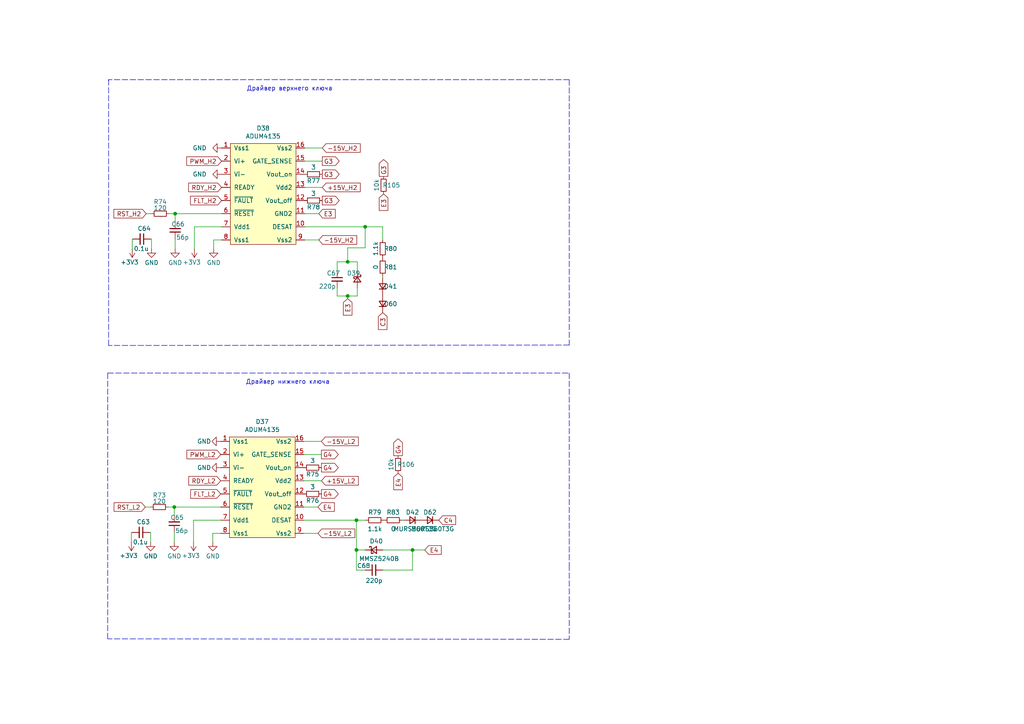
<source format=kicad_sch>
(kicad_sch (version 20211123) (generator eeschema)
  (paper "A4")
  (lib_symbols
    (symbol "ADUM_Driver:ADUM4135" (pin_names (offset 1.016))
      (property "Reference" "D" (at 0 0 0))
      (property "Value" "ADUM_Driver_ADUM4135" (at 0 -1.905 0))
      (symbol "ADUM4135_0_1"
        (rectangle (start -10.16 -3.175) (end 8.89 -32.385) (fill (type background)))
      )
      (symbol "ADUM4135_1_1"
        (pin input line (at -12.7 -4.445 0) (length 2.54) (name "Vss1") (number "1"))
        (pin input line (at 11.43 -27.305 180) (length 2.54) (name "DESAT") (number "10"))
        (pin input line (at 11.43 -23.495 180) (length 2.54) (name "GND2") (number "11"))
        (pin input line (at 11.43 -19.685 180) (length 2.54) (name "Vout_off") (number "12"))
        (pin input line (at 11.43 -15.875 180) (length 2.54) (name "Vdd2") (number "13"))
        (pin input line (at 11.43 -12.065 180) (length 2.54) (name "Vout_on") (number "14"))
        (pin input line (at 11.43 -8.255 180) (length 2.54) (name "GATE_SENSE") (number "15"))
        (pin input line (at 11.43 -4.445 180) (length 2.54) (name "Vss2") (number "16"))
        (pin input line (at -12.7 -8.255 0) (length 2.54) (name "Vi+") (number "2"))
        (pin input line (at -12.7 -12.065 0) (length 2.54) (name "Vi-") (number "3"))
        (pin input line (at -12.7 -15.875 0) (length 2.54) (name "READY") (number "4"))
        (pin input line (at -12.7 -19.685 0) (length 2.54) (name "~{FAULT}") (number "5"))
        (pin input line (at -12.7 -23.495 0) (length 2.54) (name "~{RESET}") (number "6"))
        (pin input line (at -12.7 -27.305 0) (length 2.54) (name "Vdd1") (number "7"))
        (pin input line (at -12.7 -31.115 0) (length 2.54) (name "Vss1") (number "8"))
        (pin input line (at 11.43 -31.115 180) (length 2.54) (name "Vss2") (number "9"))
      )
    )
    (symbol "Device:C_Small" (pin_numbers hide) (pin_names (offset 0.254) hide)
      (property "Reference" "C" (at 0.254 1.778 0))
      (property "Value" "C_Small" (at 0.254 -2.032 0))
      (symbol "C_Small_0_1"
        (polyline (pts (xy -1.524 -0.508) (xy 1.524 -0.508)) (stroke (width 0.3302)))
        (polyline (pts (xy -1.524 0.508) (xy 1.524 0.508)) (stroke (width 0.3048)))
      )
      (symbol "C_Small_1_1"
        (pin passive line (at 0 2.54 270) (length 2.032) (name "~") (number "1"))
        (pin passive line (at 0 -2.54 90) (length 2.032) (name "~") (number "2"))
      )
    )
    (symbol "Device:D_Schottky_Small" (pin_numbers hide) (pin_names (offset 0.254) hide)
      (property "Reference" "D" (at -1.27 2.032 0))
      (property "Value" "D_Schottky_Small" (at -7.112 -2.032 0))
      (symbol "D_Schottky_Small_0_1"
        (polyline (pts (xy -0.762 0) (xy 0.762 0)))
        (polyline (pts (xy 0.762 -1.016) (xy -0.762 0) (xy 0.762 1.016) (xy 0.762 -1.016)) (stroke (width 0.254)))
        (polyline (pts (xy -1.27 0.762) (xy -1.27 1.016) (xy -0.762 1.016) (xy -0.762 -1.016) (xy -0.254 -1.016) (xy -0.254 -0.762)) (stroke (width 0.254)))
      )
      (symbol "D_Schottky_Small_1_1"
        (pin passive line (at -2.54 0 0) (length 1.778) (name "K") (number "1"))
        (pin passive line (at 2.54 0 180) (length 1.778) (name "A") (number "2"))
      )
    )
    (symbol "Device:D_Small" (pin_numbers hide) (pin_names (offset 0.254) hide)
      (property "Reference" "D" (at -1.27 2.032 0))
      (property "Value" "D_Small" (at -3.81 -2.032 0))
      (symbol "D_Small_0_1"
        (polyline (pts (xy -0.762 -1.016) (xy -0.762 1.016)) (stroke (width 0.254)))
        (polyline (pts (xy -0.762 0) (xy 0.762 0)))
        (polyline (pts (xy 0.762 -1.016) (xy -0.762 0) (xy 0.762 1.016) (xy 0.762 -1.016)) (stroke (width 0.254)))
      )
      (symbol "D_Small_1_1"
        (pin passive line (at -2.54 0 0) (length 1.778) (name "K") (number "1"))
        (pin passive line (at 2.54 0 180) (length 1.778) (name "A") (number "2"))
      )
    )
    (symbol "Device:R_Small" (pin_numbers hide) (pin_names (offset 0.254) hide)
      (property "Reference" "R" (at 0.762 0.508 0))
      (property "Value" "R_Small" (at 0.762 -1.016 0))
      (symbol "R_Small_0_1"
        (rectangle (start -0.762 1.778) (end 0.762 -1.778) (stroke (width 0.2032)))
      )
      (symbol "R_Small_1_1"
        (pin passive line (at 0 2.54 270) (length 0.762) (name "~") (number "1"))
        (pin passive line (at 0 -2.54 90) (length 0.762) (name "~") (number "2"))
      )
    )
    (symbol "power:+3.3V" (power) (pin_names (offset 0))
      (property "Value" "+3.3V" (at 0 3.556 0))
      (symbol "+3.3V_0_1"
        (polyline (pts (xy -0.762 1.27) (xy 0 2.54)))
        (polyline (pts (xy 0 0) (xy 0 2.54)))
        (polyline (pts (xy 0 2.54) (xy 0.762 1.27)))
      )
      (symbol "+3.3V_1_1"
        (pin power_in line (at 0 0 90) (length 0) hide (name "+3V3") (number "1"))
      )
    )
    (symbol "power:GND" (power) (pin_names (offset 0))
      (property "Value" "GND" (at 0 -3.81 0))
      (symbol "GND_0_1"
        (polyline (pts (xy 0 0) (xy 0 -1.27) (xy 1.27 -1.27) (xy 0 -2.54) (xy -1.27 -1.27) (xy 0 -1.27)))
      )
      (symbol "GND_1_1"
        (pin power_in line (at 0 0 270) (length 0) hide (name "GND") (number "1"))
      )
    )
  )
  (junction (at 100.838 75.946))
  (junction (at 50.8 61.976))
  (junction (at 50.546 147.066))
  (junction (at 103.378 150.876))
  (junction (at 119.634 159.512))
  (junction (at 103.378 159.512))
  (junction (at 105.918 65.786))
  (junction (at 100.838 85.852))
  (wire (pts (xy 43.688 157.226) (xy 43.688 154.432)))
  (wire (pts (xy 100.838 85.852) (xy 103.632 85.852)))
  (wire (pts (xy 48.768 147.066) (xy 50.546 147.066)))
  (wire (pts (xy 103.378 150.876) (xy 106.172 150.876)))
  (wire (pts (xy 88.138 128.016) (xy 93.218 128.016)))
  (wire (pts (xy 88.138 147.066) (xy 92.202 147.066)))
  (wire (pts (xy 88.138 139.446) (xy 93.218 139.446)))
  (polyline (pts (xy 31.496 100.203) (xy 31.496 23.114)))
  (polyline (pts (xy 165.1 23.114) (xy 165.1 100.076)))
  (wire (pts (xy 88.392 65.786) (xy 105.918 65.786)))
  (wire (pts (xy 56.388 72.136) (xy 56.388 65.786)))
  (wire (pts (xy 97.79 75.946) (xy 100.838 75.946)))
  (wire (pts (xy 88.392 46.736) (xy 93.472 46.736)))
  (wire (pts (xy 110.998 159.512) (xy 119.634 159.512)))
  (polyline (pts (xy 165.1 108.204) (xy 165.1 163.83)))
  (wire (pts (xy 105.918 71.882) (xy 105.918 65.786)))
  (polyline (pts (xy 135.636 108.204) (xy 165.1 108.204)))
  (wire (pts (xy 50.546 149.352) (xy 50.546 147.066)))
  (wire (pts (xy 88.138 154.686) (xy 92.202 154.686)))
  (wire (pts (xy 49.022 61.976) (xy 50.8 61.976)))
  (wire (pts (xy 42.418 61.976) (xy 43.942 61.976)))
  (polyline (pts (xy 165.1 163.83) (xy 165.1 185.42)))
  (wire (pts (xy 88.392 42.926) (xy 93.472 42.926)))
  (wire (pts (xy 50.546 147.066) (xy 64.008 147.066)))
  (wire (pts (xy 105.918 159.512) (xy 103.378 159.512)))
  (wire (pts (xy 50.8 64.262) (xy 50.8 61.976)))
  (wire (pts (xy 103.632 78.486) (xy 103.632 75.946)))
  (wire (pts (xy 119.634 165.354) (xy 119.634 159.512)))
  (wire (pts (xy 110.998 80.01) (xy 110.998 80.518)))
  (wire (pts (xy 105.918 65.786) (xy 110.998 65.786)))
  (wire (pts (xy 97.79 85.852) (xy 100.838 85.852)))
  (wire (pts (xy 50.8 61.976) (xy 64.262 61.976)))
  (wire (pts (xy 103.632 83.566) (xy 103.632 85.852)))
  (wire (pts (xy 119.634 159.512) (xy 123.19 159.512)))
  (wire (pts (xy 61.722 154.686) (xy 61.722 157.226)))
  (wire (pts (xy 56.388 65.786) (xy 64.262 65.786)))
  (wire (pts (xy 103.378 165.354) (xy 103.378 159.512)))
  (wire (pts (xy 88.392 69.596) (xy 92.456 69.596)))
  (polyline (pts (xy 165.1 100.076) (xy 31.496 100.203)))
  (wire (pts (xy 100.838 71.882) (xy 105.918 71.882)))
  (wire (pts (xy 38.1 154.432) (xy 38.354 154.432)))
  (wire (pts (xy 50.8 72.136) (xy 50.8 69.342)))
  (wire (pts (xy 61.976 69.596) (xy 61.976 72.136)))
  (wire (pts (xy 110.998 74.93) (xy 110.998 74.676)))
  (wire (pts (xy 38.354 72.136) (xy 38.354 69.342)))
  (wire (pts (xy 38.354 69.342) (xy 38.608 69.342)))
  (polyline (pts (xy 165.1 185.42) (xy 31.242 185.293)))
  (polyline (pts (xy 31.242 108.204) (xy 135.763 108.204)))
  (polyline (pts (xy 165.1 23.114) (xy 31.496 23.114)))
  (wire (pts (xy 88.392 61.976) (xy 92.456 61.976)))
  (wire (pts (xy 100.838 75.946) (xy 100.838 71.882)))
  (wire (pts (xy 110.998 165.354) (xy 119.634 165.354)))
  (wire (pts (xy 64.008 154.686) (xy 61.722 154.686)))
  (wire (pts (xy 100.838 75.946) (xy 103.632 75.946)))
  (polyline (pts (xy 31.242 185.293) (xy 31.242 108.204)))
  (wire (pts (xy 43.688 154.432) (xy 43.434 154.432)))
  (wire (pts (xy 88.138 131.826) (xy 93.218 131.826)))
  (wire (pts (xy 43.942 69.342) (xy 43.688 69.342)))
  (wire (pts (xy 97.79 83.566) (xy 97.79 85.852)))
  (wire (pts (xy 64.262 69.596) (xy 61.976 69.596)))
  (wire (pts (xy 111.506 150.876) (xy 111.252 150.876)))
  (wire (pts (xy 116.586 150.876) (xy 117.094 150.876)))
  (wire (pts (xy 56.134 157.226) (xy 56.134 150.876)))
  (wire (pts (xy 97.79 78.486) (xy 97.79 75.946)))
  (wire (pts (xy 42.164 147.066) (xy 43.688 147.066)))
  (wire (pts (xy 105.918 165.354) (xy 103.378 165.354)))
  (wire (pts (xy 88.392 54.356) (xy 93.472 54.356)))
  (wire (pts (xy 110.998 65.786) (xy 110.998 69.596)))
  (polyline (pts (xy 31.496 23.114) (xy 31.496 23.368)))
  (wire (pts (xy 88.138 150.876) (xy 103.378 150.876)))
  (wire (pts (xy 38.1 157.226) (xy 38.1 154.432)))
  (wire (pts (xy 43.942 72.136) (xy 43.942 69.342)))
  (wire (pts (xy 50.546 157.226) (xy 50.546 154.432)))
  (wire (pts (xy 56.134 150.876) (xy 64.008 150.876)))
  (wire (pts (xy 100.838 85.852) (xy 100.838 86.614)))
  (wire (pts (xy 103.378 159.512) (xy 103.378 150.876)))
  (text "Драйвер верхнего ключа" (at 71.501 26.543 0) (effects (font (size 1.27 1.27)) (justify left bottom)))
  (text "Драйвер нижнего ключа" (at 71.247 111.633 0) (effects (font (size 1.27 1.27)) (justify left bottom)))
  (global_label "+15V_H2" (shape input) (at 93.472 54.356 0) (property "Intersheet References" "${INTERSHEET_REFS}" (effects hide)))
  (global_label "FLT_H2" (shape input) (at 64.262 58.166 180) (property "Intersheet References" "${INTERSHEET_REFS}" (effects hide)))
  (global_label "-15V_L2" (shape input) (at 92.202 154.686 0) (property "Intersheet References" "${INTERSHEET_REFS}" (effects hide)))
  (global_label "-15V_H2" (shape input) (at 92.456 69.596 0) (property "Intersheet References" "${INTERSHEET_REFS}" (effects hide)))
  (global_label "RST_H2" (shape input) (at 42.418 61.976 180) (property "Intersheet References" "${INTERSHEET_REFS}" (effects hide)))
  (global_label "-15V_L2" (shape input) (at 93.218 128.016 0) (property "Intersheet References" "${INTERSHEET_REFS}" (effects hide)))
  (global_label "G3" (shape output) (at 111.252 51.181 90) (property "Intersheet References" "${INTERSHEET_REFS}" (effects hide)))
  (global_label "FLT_L2" (shape input) (at 64.008 143.256 180) (property "Intersheet References" "${INTERSHEET_REFS}" (effects hide)))
  (global_label "RST_L2" (shape input) (at 42.164 147.066 180) (property "Intersheet References" "${INTERSHEET_REFS}" (effects hide)))
  (global_label "G4" (shape output) (at 93.218 135.636 0) (property "Intersheet References" "${INTERSHEET_REFS}" (effects hide)))
  (global_label "G3" (shape output) (at 93.472 58.166 0) (property "Intersheet References" "${INTERSHEET_REFS}" (effects hide)))
  (global_label "E4" (shape input) (at 123.19 159.512 0) (property "Intersheet References" "${INTERSHEET_REFS}" (effects hide)))
  (global_label "E3" (shape input) (at 100.838 86.614 270) (property "Intersheet References" "${INTERSHEET_REFS}" (effects hide)))
  (global_label "RDY_H2" (shape input) (at 64.262 54.356 180) (property "Intersheet References" "${INTERSHEET_REFS}" (effects hide)))
  (global_label "RDY_L2" (shape input) (at 64.008 139.446 180) (property "Intersheet References" "${INTERSHEET_REFS}" (effects hide)))
  (global_label "PWM_H2" (shape input) (at 64.262 46.736 180) (property "Intersheet References" "${INTERSHEET_REFS}" (effects hide)))
  (global_label "+15V_L2" (shape input) (at 93.218 139.446 0) (property "Intersheet References" "${INTERSHEET_REFS}" (effects hide)))
  (global_label "G4" (shape output) (at 115.4625 132.1775 90) (property "Intersheet References" "${INTERSHEET_REFS}" (effects hide)))
  (global_label "E4" (shape input) (at 115.4625 137.2575 270) (property "Intersheet References" "${INTERSHEET_REFS}" (effects hide)))
  (global_label "G4" (shape output) (at 93.218 131.826 0) (property "Intersheet References" "${INTERSHEET_REFS}" (effects hide)))
  (global_label "G3" (shape output) (at 93.472 50.546 0) (property "Intersheet References" "${INTERSHEET_REFS}" (effects hide)))
  (global_label "E3" (shape input) (at 92.456 61.976 0) (property "Intersheet References" "${INTERSHEET_REFS}" (effects hide)))
  (global_label "C3" (shape input) (at 110.998 90.678 270) (property "Intersheet References" "${INTERSHEET_REFS}" (effects hide)))
  (global_label "C4" (shape input) (at 127.254 150.876 0) (property "Intersheet References" "${INTERSHEET_REFS}" (effects hide)))
  (global_label "PWM_L2" (shape input) (at 64.008 131.826 180) (property "Intersheet References" "${INTERSHEET_REFS}" (effects hide)))
  (global_label "-15V_H2" (shape input) (at 93.472 42.926 0) (property "Intersheet References" "${INTERSHEET_REFS}" (effects hide)))
  (global_label "G4" (shape output) (at 93.218 143.256 0) (property "Intersheet References" "${INTERSHEET_REFS}" (effects hide)))
  (global_label "G3" (shape output) (at 93.472 46.736 0) (property "Intersheet References" "${INTERSHEET_REFS}" (effects hide)))
  (global_label "E3" (shape input) (at 111.252 56.261 270) (property "Intersheet References" "${INTERSHEET_REFS}" (effects hide)))
  (global_label "E4" (shape input) (at 92.202 147.066 0) (property "Intersheet References" "${INTERSHEET_REFS}" (effects hide)))
  (symbol (lib_id "power:GND") (at 50.546 157.226 0) (unit 1)
    (property "Reference" "#PWR0179" (effects hide))
    (property "Value" "GND" (at 48.514 161.29 0) (effects (justify left)))
  )
  (symbol (lib_id "Device:R_Small") (at 90.932 50.546 270) (unit 1)
    (property "Reference" "R77" (at 90.932 52.451 90))
    (property "Value" "3" (at 90.932 48.514 90))
    (property "Footprint" "Resistor_SMD:R_2512_6332Metric_Pad1.40x3.35mm_HandSolder" (effects hide))
  )
  (symbol (lib_id "power:+3.3V") (at 38.1 157.226 180) (unit 1)
    (property "Reference" "#PWR0181" (effects hide))
    (property "Value" "+3.3V" (at 34.671 161.163 0) (effects (justify right)))
  )
  (symbol (lib_id "power:GND") (at 50.8 72.136 0) (unit 1)
    (property "Reference" "#PWR0180" (effects hide))
    (property "Value" "GND" (at 48.768 76.2 0) (effects (justify left)))
  )
  (symbol (lib_id "power:GND") (at 43.688 157.226 0) (unit 1)
    (property "Reference" "#PWR0177" (effects hide))
    (property "Value" "GND" (at 41.656 161.29 0) (effects (justify left)))
  )
  (symbol (lib_id "Device:D_Small") (at 110.998 83.058 90) (unit 1)
    (property "Reference" "D41" (at 113.284 83.058 90))
    (property "Value" "MURS360T3G" (effects hide))
    (property "Footprint" "Diode_SMD:D_SMC" (effects hide))
  )
  (symbol (lib_id "ADUM_Driver:ADUM4135") (at 76.962 38.481 0) (unit 1)
    (property "Reference" "D38" (at 76.327 37.211 0))
    (property "Value" "ADUM4135" (at 76.327 39.5224 0))
    (property "Footprint" "Package_SO:SOIC-16W_7.5x10.3mm_P1.27mm" (effects hide))
  )
  (symbol (lib_id "Device:R_Small") (at 90.678 135.636 270) (unit 1)
    (property "Reference" "R75" (at 90.678 137.541 90))
    (property "Value" "3" (at 90.678 133.604 90))
    (property "Footprint" "Resistor_SMD:R_2512_6332Metric_Pad1.40x3.35mm_HandSolder" (effects hide))
  )
  (symbol (lib_id "power:GND") (at 43.942 72.136 0) (unit 1)
    (property "Reference" "#PWR0178" (effects hide))
    (property "Value" "GND" (at 41.91 76.2 0) (effects (justify left)))
  )
  (symbol (lib_id "Device:C_Small") (at 50.546 151.892 180) (unit 1)
    (property "Reference" "C65" (at 53.34 150.114 0) (effects (justify left)))
    (property "Value" "56p" (at 50.8 153.924 0) (effects (justify right)))
    (property "Footprint" "Capacitor_SMD:C_0805_2012Metric_Pad1.18x1.45mm_HandSolder" (effects hide))
  )
  (symbol (lib_id "power:+3.3V") (at 56.388 72.136 180) (unit 1)
    (property "Reference" "#PWR0176" (effects hide))
    (property "Value" "+3.3V" (at 52.959 76.073 0) (effects (justify right)))
  )
  (symbol (lib_id "power:GND") (at 64.262 42.926 270) (unit 1)
    (property "Reference" "#PWR0187" (effects hide))
    (property "Value" "GND" (at 59.944 42.9259 90) (effects (justify right)))
  )
  (symbol (lib_id "Device:R_Small") (at 111.252 53.721 180) (unit 1)
    (property "Reference" "R105" (at 113.538 53.721 0))
    (property "Value" "10k" (at 109.22 53.721 90))
    (property "Footprint" "Resistor_SMD:R_0805_2012Metric_Pad1.20x1.40mm_HandSolder" (effects hide))
  )
  (symbol (lib_id "ADUM_Driver:ADUM4135") (at 76.708 123.571 0) (unit 1)
    (property "Reference" "D37" (at 76.073 122.301 0))
    (property "Value" "ADUM4135" (at 76.073 124.6124 0))
    (property "Footprint" "Package_SO:SOIC-16W_7.5x10.3mm_P1.27mm" (effects hide))
  )
  (symbol (lib_id "Device:D_Small") (at 124.714 150.876 180) (unit 1)
    (property "Reference" "D62" (at 124.714 148.59 0))
    (property "Value" "MURS360T3G" (at 125.476 153.416 0))
    (property "Footprint" "Diode_SMD:D_SMC" (effects hide))
  )
  (symbol (lib_id "power:GND") (at 64.262 50.546 270) (unit 1)
    (property "Reference" "#PWR0188" (effects hide))
    (property "Value" "GND" (at 59.944 50.5459 90) (effects (justify right)))
  )
  (symbol (lib_id "Device:C_Small") (at 40.894 154.432 270) (unit 1)
    (property "Reference" "C63" (at 39.624 151.384 90) (effects (justify left)))
    (property "Value" "0.1u" (at 42.926 157.226 90) (effects (justify right)))
    (property "Footprint" "Capacitor_SMD:C_0805_2012Metric_Pad1.18x1.45mm_HandSolder" (effects hide))
  )
  (symbol (lib_id "power:+3.3V") (at 38.354 72.136 180) (unit 1)
    (property "Reference" "#PWR0175" (effects hide))
    (property "Value" "+3.3V" (at 34.925 76.073 0) (effects (justify right)))
  )
  (symbol (lib_id "Device:C_Small") (at 41.148 69.342 270) (unit 1)
    (property "Reference" "C64" (at 39.878 66.294 90) (effects (justify left)))
    (property "Value" "0.1u" (at 43.18 72.136 90) (effects (justify right)))
    (property "Footprint" "Capacitor_SMD:C_0805_2012Metric_Pad1.18x1.45mm_HandSolder" (effects hide))
  )
  (symbol (lib_id "Device:C_Small") (at 108.458 165.354 90) (unit 1)
    (property "Reference" "C68" (at 107.442 164.084 90) (effects (justify left)))
    (property "Value" "220p" (at 110.998 168.402 90) (effects (justify left)))
    (property "Footprint" "Capacitor_SMD:C_0805_2012Metric_Pad1.18x1.45mm_HandSolder" (effects hide))
  )
  (symbol (lib_id "power:+3.3V") (at 56.134 157.226 180) (unit 1)
    (property "Reference" "#PWR0182" (effects hide))
    (property "Value" "+3.3V" (at 52.705 161.163 0) (effects (justify right)))
  )
  (symbol (lib_id "Device:D_Small") (at 110.998 88.138 90) (unit 1)
    (property "Reference" "D60" (at 113.284 88.138 90))
    (property "Value" "MURS360T3G" (effects hide))
    (property "Footprint" "Diode_SMD:D_SMC" (effects hide))
  )
  (symbol (lib_id "power:GND") (at 64.008 128.016 270) (unit 1)
    (property "Reference" "#PWR0185" (effects hide))
    (property "Value" "GND" (at 57.15 128.016 90) (effects (justify left)))
  )
  (symbol (lib_id "Device:D_Schottky_Small") (at 103.632 81.026 270) (unit 1)
    (property "Reference" "D39" (at 100.584 79.248 90) (effects (justify left)))
    (property "Value" "MMSZ5240B" (effects hide))
    (property "Footprint" "Diode_SMD:D_SOD-123" (effects hide))
  )
  (symbol (lib_id "Device:R_Small") (at 46.228 147.066 90) (unit 1)
    (property "Reference" "R73" (at 46.228 143.637 90))
    (property "Value" "120" (at 46.228 145.415 90))
    (property "Footprint" "Resistor_SMD:R_0805_2012Metric_Pad1.20x1.40mm_HandSolder" (effects hide))
  )
  (symbol (lib_id "Device:D_Schottky_Small") (at 108.458 159.512 0) (unit 1)
    (property "Reference" "D40" (at 107.188 156.972 0) (effects (justify left)))
    (property "Value" "MMSZ5240B" (at 104.14 162.052 0) (effects (justify left)))
    (property "Footprint" "Diode_SMD:D_SOD-123" (effects hide))
  )
  (symbol (lib_id "Device:R_Small") (at 115.4625 134.7175 180) (unit 1)
    (property "Reference" "R106" (at 117.7485 134.7175 0))
    (property "Value" "10k" (at 113.4305 134.7175 90))
    (property "Footprint" "Resistor_SMD:R_0805_2012Metric_Pad1.20x1.40mm_HandSolder" (effects hide))
  )
  (symbol (lib_id "power:GND") (at 64.008 135.636 270) (unit 1)
    (property "Reference" "#PWR0186" (effects hide))
    (property "Value" "GND" (at 57.15 135.636 90) (effects (justify left)))
  )
  (symbol (lib_id "Device:R_Small") (at 46.482 61.976 90) (unit 1)
    (property "Reference" "R74" (at 46.482 58.547 90))
    (property "Value" "120" (at 46.482 60.325 90))
    (property "Footprint" "Resistor_SMD:R_0805_2012Metric_Pad1.20x1.40mm_HandSolder" (effects hide))
  )
  (symbol (lib_id "Device:C_Small") (at 50.8 66.802 180) (unit 1)
    (property "Reference" "C66" (at 53.594 65.024 0) (effects (justify left)))
    (property "Value" "56p" (at 51.054 68.834 0) (effects (justify right)))
    (property "Footprint" "Capacitor_SMD:C_0805_2012Metric_Pad1.18x1.45mm_HandSolder" (effects hide))
  )
  (symbol (lib_id "Device:R_Small") (at 90.678 143.256 270) (unit 1)
    (property "Reference" "R76" (at 90.678 145.161 90))
    (property "Value" "3" (at 90.678 141.224 90))
    (property "Footprint" "Resistor_SMD:R_2512_6332Metric_Pad1.40x3.35mm_HandSolder" (effects hide))
  )
  (symbol (lib_id "power:GND") (at 61.722 157.226 0) (unit 1)
    (property "Reference" "#PWR0183" (effects hide))
    (property "Value" "GND" (at 59.69 161.29 0) (effects (justify left)))
  )
  (symbol (lib_id "power:GND") (at 61.976 72.136 0) (unit 1)
    (property "Reference" "#PWR0184" (effects hide))
    (property "Value" "GND" (at 59.944 76.2 0) (effects (justify left)))
  )
  (symbol (lib_id "Device:R_Small") (at 110.998 77.47 180) (unit 1)
    (property "Reference" "R81" (at 113.284 77.47 0))
    (property "Value" "0" (at 108.966 77.47 90))
    (property "Footprint" "Resistor_SMD:R_0805_2012Metric_Pad1.20x1.40mm_HandSolder" (effects hide))
  )
  (symbol (lib_id "Device:D_Small") (at 119.634 150.876 180) (unit 1)
    (property "Reference" "D42" (at 119.634 148.59 0))
    (property "Value" "MURS360T3G" (at 120.396 153.416 0))
    (property "Footprint" "Diode_SMD:D_SMC" (effects hide))
  )
  (symbol (lib_id "Device:R_Small") (at 90.932 58.166 270) (unit 1)
    (property "Reference" "R78" (at 90.932 60.071 90))
    (property "Value" "3" (at 90.932 56.134 90))
    (property "Footprint" "Resistor_SMD:R_2512_6332Metric_Pad1.40x3.35mm_HandSolder" (effects hide))
  )
  (symbol (lib_id "Device:R_Small") (at 108.712 150.876 270) (unit 1)
    (property "Reference" "R79" (at 108.712 148.59 90))
    (property "Value" "1.1k" (at 108.712 153.416 90))
    (property "Footprint" "Resistor_SMD:R_0805_2012Metric_Pad1.20x1.40mm_HandSolder" (effects hide))
  )
  (symbol (lib_id "Device:R_Small") (at 110.998 72.136 180) (unit 1)
    (property "Reference" "R80" (at 113.284 72.136 0))
    (property "Value" "1.1k" (at 108.966 72.136 90))
    (property "Footprint" "Resistor_SMD:R_0805_2012Metric_Pad1.20x1.40mm_HandSolder" (effects hide))
  )
  (symbol (lib_id "Device:R_Small") (at 114.046 150.876 270) (unit 1)
    (property "Reference" "R83" (at 114.046 148.59 90))
    (property "Value" "0" (at 114.046 153.416 90))
    (property "Footprint" "Resistor_SMD:R_0805_2012Metric_Pad1.20x1.40mm_HandSolder" (effects hide))
  )
  (symbol (lib_id "Device:C_Small") (at 97.79 81.026 0) (unit 1)
    (property "Reference" "C67" (at 94.742 79.248 0) (effects (justify left)))
    (property "Value" "220p" (at 92.456 83.058 0) (effects (justify left)))
    (property "Footprint" "Capacitor_SMD:C_0805_2012Metric_Pad1.18x1.45mm_HandSolder" (effects hide))
  )
)
</source>
